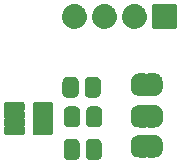
<source format=gbr>
G04 #@! TF.GenerationSoftware,KiCad,Pcbnew,8.0.3*
G04 #@! TF.CreationDate,2024-11-28T13:48:10+05:45*
G04 #@! TF.ProjectId,Watchdog-v1.0,57617463-6864-46f6-972d-76312e302e6b,rev?*
G04 #@! TF.SameCoordinates,Original*
G04 #@! TF.FileFunction,Soldermask,Top*
G04 #@! TF.FilePolarity,Negative*
%FSLAX46Y46*%
G04 Gerber Fmt 4.6, Leading zero omitted, Abs format (unit mm)*
G04 Created by KiCad (PCBNEW 8.0.3) date 2024-11-28 13:48:10*
%MOMM*%
%LPD*%
G01*
G04 APERTURE LIST*
G04 APERTURE END LIST*
G36*
X115326248Y-93947736D02*
G01*
X115345510Y-93954476D01*
X115358323Y-93956163D01*
X115401823Y-93974181D01*
X115451100Y-93991424D01*
X115460883Y-93998644D01*
X115465086Y-94000385D01*
X115511507Y-94036006D01*
X115557529Y-94069971D01*
X115591499Y-94116000D01*
X115627114Y-94162413D01*
X115628854Y-94166615D01*
X115636076Y-94176400D01*
X115653321Y-94225685D01*
X115671336Y-94269176D01*
X115673022Y-94281986D01*
X115679764Y-94301252D01*
X115687500Y-94383750D01*
X115687500Y-95296250D01*
X115679764Y-95378748D01*
X115673022Y-95398014D01*
X115671336Y-95410823D01*
X115653324Y-95454308D01*
X115636076Y-95503600D01*
X115628853Y-95513386D01*
X115627114Y-95517586D01*
X115591518Y-95563973D01*
X115557529Y-95610029D01*
X115511473Y-95644018D01*
X115465086Y-95679614D01*
X115460886Y-95681353D01*
X115451100Y-95688576D01*
X115401808Y-95705824D01*
X115358323Y-95723836D01*
X115345514Y-95725522D01*
X115326248Y-95732264D01*
X115243750Y-95740000D01*
X114756250Y-95740000D01*
X114673752Y-95732264D01*
X114654485Y-95725522D01*
X114641676Y-95723836D01*
X114598185Y-95705821D01*
X114548900Y-95688576D01*
X114539115Y-95681354D01*
X114534913Y-95679614D01*
X114488500Y-95643999D01*
X114442471Y-95610029D01*
X114408506Y-95564007D01*
X114372885Y-95517586D01*
X114371144Y-95513383D01*
X114363924Y-95503600D01*
X114346681Y-95454323D01*
X114328663Y-95410823D01*
X114326976Y-95398009D01*
X114320236Y-95378748D01*
X114312500Y-95296250D01*
X114312500Y-94383750D01*
X114320236Y-94301252D01*
X114326975Y-94281990D01*
X114328663Y-94269176D01*
X114346683Y-94225669D01*
X114363924Y-94176400D01*
X114371143Y-94166618D01*
X114372885Y-94162413D01*
X114408525Y-94115966D01*
X114442471Y-94069971D01*
X114488466Y-94036025D01*
X114534913Y-94000385D01*
X114539118Y-93998643D01*
X114548900Y-93991424D01*
X114598169Y-93974183D01*
X114641676Y-93956163D01*
X114654490Y-93954475D01*
X114673752Y-93947736D01*
X114756250Y-93940000D01*
X115243750Y-93940000D01*
X115326248Y-93947736D01*
G37*
G36*
X117201248Y-93947736D02*
G01*
X117220510Y-93954476D01*
X117233323Y-93956163D01*
X117276823Y-93974181D01*
X117326100Y-93991424D01*
X117335883Y-93998644D01*
X117340086Y-94000385D01*
X117386507Y-94036006D01*
X117432529Y-94069971D01*
X117466499Y-94116000D01*
X117502114Y-94162413D01*
X117503854Y-94166615D01*
X117511076Y-94176400D01*
X117528321Y-94225685D01*
X117546336Y-94269176D01*
X117548022Y-94281986D01*
X117554764Y-94301252D01*
X117562500Y-94383750D01*
X117562500Y-95296250D01*
X117554764Y-95378748D01*
X117548022Y-95398014D01*
X117546336Y-95410823D01*
X117528324Y-95454308D01*
X117511076Y-95503600D01*
X117503853Y-95513386D01*
X117502114Y-95517586D01*
X117466518Y-95563973D01*
X117432529Y-95610029D01*
X117386473Y-95644018D01*
X117340086Y-95679614D01*
X117335886Y-95681353D01*
X117326100Y-95688576D01*
X117276808Y-95705824D01*
X117233323Y-95723836D01*
X117220514Y-95725522D01*
X117201248Y-95732264D01*
X117118750Y-95740000D01*
X116631250Y-95740000D01*
X116548752Y-95732264D01*
X116529485Y-95725522D01*
X116516676Y-95723836D01*
X116473185Y-95705821D01*
X116423900Y-95688576D01*
X116414115Y-95681354D01*
X116409913Y-95679614D01*
X116363500Y-95643999D01*
X116317471Y-95610029D01*
X116283506Y-95564007D01*
X116247885Y-95517586D01*
X116246144Y-95513383D01*
X116238924Y-95503600D01*
X116221681Y-95454323D01*
X116203663Y-95410823D01*
X116201976Y-95398009D01*
X116195236Y-95378748D01*
X116187500Y-95296250D01*
X116187500Y-94383750D01*
X116195236Y-94301252D01*
X116201975Y-94281990D01*
X116203663Y-94269176D01*
X116221683Y-94225669D01*
X116238924Y-94176400D01*
X116246143Y-94166618D01*
X116247885Y-94162413D01*
X116283525Y-94115966D01*
X116317471Y-94069971D01*
X116363466Y-94036025D01*
X116409913Y-94000385D01*
X116414118Y-93998643D01*
X116423900Y-93991424D01*
X116473169Y-93974183D01*
X116516676Y-93956163D01*
X116529490Y-93954475D01*
X116548752Y-93947736D01*
X116631250Y-93940000D01*
X117118750Y-93940000D01*
X117201248Y-93947736D01*
G37*
G36*
X121247142Y-93623477D02*
G01*
X121279456Y-93629175D01*
X121284261Y-93631949D01*
X121298946Y-93635301D01*
X121319829Y-93651955D01*
X121373962Y-93656691D01*
X121433428Y-93635047D01*
X121464383Y-93620140D01*
X121478870Y-93618507D01*
X121479985Y-93618102D01*
X121491089Y-93617130D01*
X121510000Y-93615000D01*
X122010000Y-93615000D01*
X122031608Y-93619931D01*
X122033405Y-93620089D01*
X122072215Y-93620089D01*
X122081157Y-93620089D01*
X122138912Y-93628393D01*
X122147486Y-93630910D01*
X122147489Y-93630911D01*
X122218837Y-93651861D01*
X122275463Y-93668488D01*
X122328540Y-93692727D01*
X122448262Y-93769668D01*
X122492359Y-93807878D01*
X122585556Y-93915433D01*
X122617102Y-93964521D01*
X122676221Y-94093975D01*
X122692659Y-94149959D01*
X122712913Y-94290825D01*
X122715000Y-94320000D01*
X122715000Y-94820000D01*
X122712913Y-94849175D01*
X122692659Y-94990041D01*
X122676221Y-95046025D01*
X122617102Y-95175479D01*
X122585556Y-95224567D01*
X122492359Y-95332122D01*
X122448262Y-95370332D01*
X122328540Y-95447273D01*
X122275463Y-95471512D01*
X122138912Y-95511607D01*
X122081157Y-95519911D01*
X122072215Y-95519911D01*
X122056586Y-95519911D01*
X122050536Y-95520976D01*
X122028947Y-95522864D01*
X122010000Y-95525000D01*
X122004548Y-95525000D01*
X121520936Y-95525000D01*
X121510000Y-95525000D01*
X121472855Y-95516522D01*
X121440545Y-95510825D01*
X121435740Y-95508051D01*
X121421054Y-95504699D01*
X121400168Y-95488043D01*
X121346038Y-95483307D01*
X121286583Y-95504947D01*
X121255617Y-95519860D01*
X121241125Y-95521492D01*
X121240015Y-95521897D01*
X121228937Y-95522866D01*
X121210000Y-95525000D01*
X121204548Y-95525000D01*
X120720936Y-95525000D01*
X120710000Y-95525000D01*
X120688391Y-95520068D01*
X120686595Y-95519911D01*
X120638843Y-95519911D01*
X120581088Y-95511607D01*
X120444537Y-95471512D01*
X120391460Y-95447273D01*
X120271738Y-95370332D01*
X120227641Y-95332122D01*
X120134444Y-95224567D01*
X120102898Y-95175479D01*
X120086616Y-95139826D01*
X120047494Y-95054161D01*
X120047493Y-95054157D01*
X120043779Y-95046025D01*
X120027341Y-94990041D01*
X120026069Y-94981194D01*
X120026068Y-94981191D01*
X120007722Y-94853594D01*
X120007721Y-94853588D01*
X120007087Y-94849175D01*
X120005000Y-94820000D01*
X120005000Y-94320000D01*
X120007087Y-94290825D01*
X120007721Y-94286412D01*
X120007722Y-94286405D01*
X120026068Y-94158808D01*
X120026069Y-94158803D01*
X120027341Y-94149959D01*
X120043779Y-94093975D01*
X120047492Y-94085844D01*
X120047494Y-94085838D01*
X120099184Y-93972653D01*
X120099184Y-93972651D01*
X120102898Y-93964521D01*
X120134444Y-93915433D01*
X120227641Y-93807878D01*
X120271738Y-93769668D01*
X120391460Y-93692727D01*
X120444537Y-93668488D01*
X120453113Y-93665969D01*
X120453115Y-93665969D01*
X120572510Y-93630911D01*
X120572514Y-93630910D01*
X120581088Y-93628393D01*
X120638843Y-93620089D01*
X120663414Y-93620089D01*
X120669463Y-93619023D01*
X120691074Y-93617132D01*
X120710000Y-93615000D01*
X121210000Y-93615000D01*
X121247142Y-93623477D01*
G37*
G36*
X110837643Y-90826691D02*
G01*
X110870327Y-90830994D01*
X110878548Y-90834827D01*
X110898137Y-90838724D01*
X110924080Y-90856059D01*
X110935208Y-90861248D01*
X110941978Y-90868018D01*
X110963021Y-90882079D01*
X110977081Y-90903121D01*
X110983851Y-90909891D01*
X110989038Y-90921016D01*
X111006376Y-90946963D01*
X111010272Y-90966553D01*
X111014105Y-90974772D01*
X111018406Y-91007445D01*
X111021600Y-91023500D01*
X111021600Y-91455300D01*
X111018406Y-91471352D01*
X111014106Y-91504025D01*
X111010272Y-91512245D01*
X111006376Y-91531837D01*
X110996451Y-91546690D01*
X110996451Y-91592509D01*
X111006376Y-91607363D01*
X111010272Y-91626953D01*
X111014106Y-91635174D01*
X111018407Y-91667850D01*
X111021600Y-91683900D01*
X111021600Y-92115700D01*
X111018406Y-92131752D01*
X111014106Y-92164425D01*
X111010272Y-92172645D01*
X111006376Y-92192237D01*
X110996451Y-92207090D01*
X110996451Y-92252909D01*
X111006376Y-92267763D01*
X111010272Y-92287353D01*
X111014106Y-92295574D01*
X111018407Y-92328250D01*
X111021600Y-92344300D01*
X111021600Y-92776100D01*
X111018406Y-92792152D01*
X111014106Y-92824825D01*
X111010272Y-92833045D01*
X111006376Y-92852637D01*
X110996451Y-92867490D01*
X110996451Y-92913309D01*
X111006376Y-92928163D01*
X111010272Y-92947753D01*
X111014106Y-92955974D01*
X111018407Y-92988650D01*
X111021600Y-93004700D01*
X111021600Y-93436500D01*
X111018405Y-93452557D01*
X111014105Y-93485227D01*
X111010273Y-93493444D01*
X111006376Y-93513037D01*
X110989037Y-93538985D01*
X110983851Y-93550108D01*
X110977083Y-93556875D01*
X110963021Y-93577921D01*
X110941975Y-93591983D01*
X110935208Y-93598751D01*
X110924085Y-93603937D01*
X110898137Y-93621276D01*
X110878544Y-93625173D01*
X110870327Y-93629005D01*
X110837656Y-93633306D01*
X110821600Y-93636500D01*
X109500800Y-93636500D01*
X109484743Y-93633306D01*
X109452072Y-93629005D01*
X109443853Y-93625172D01*
X109424263Y-93621276D01*
X109398316Y-93603938D01*
X109387191Y-93598751D01*
X109380421Y-93591981D01*
X109359379Y-93577921D01*
X109345318Y-93556878D01*
X109338548Y-93550108D01*
X109333359Y-93538980D01*
X109316024Y-93513037D01*
X109312127Y-93493448D01*
X109308294Y-93485227D01*
X109303990Y-93452541D01*
X109300800Y-93436500D01*
X109300800Y-93004700D01*
X109303990Y-92988660D01*
X109308294Y-92955971D01*
X109312128Y-92947747D01*
X109316024Y-92928163D01*
X109325948Y-92913310D01*
X109325948Y-92867489D01*
X109316024Y-92852637D01*
X109312128Y-92833050D01*
X109308294Y-92824828D01*
X109303990Y-92792140D01*
X109300800Y-92776100D01*
X109300800Y-92344300D01*
X109303990Y-92328260D01*
X109308294Y-92295571D01*
X109312128Y-92287347D01*
X109316024Y-92267763D01*
X109325948Y-92252910D01*
X109325948Y-92207089D01*
X109316024Y-92192237D01*
X109312128Y-92172650D01*
X109308294Y-92164428D01*
X109303990Y-92131740D01*
X109300800Y-92115700D01*
X109300800Y-91683900D01*
X109303990Y-91667860D01*
X109308294Y-91635171D01*
X109312128Y-91626947D01*
X109316024Y-91607363D01*
X109325948Y-91592510D01*
X109325948Y-91546689D01*
X109316024Y-91531837D01*
X109312128Y-91512250D01*
X109308294Y-91504028D01*
X109303990Y-91471340D01*
X109300800Y-91455300D01*
X109300800Y-91023500D01*
X109303990Y-91007459D01*
X109308294Y-90974772D01*
X109312127Y-90966549D01*
X109316024Y-90946963D01*
X109333357Y-90921021D01*
X109338548Y-90909891D01*
X109345320Y-90903118D01*
X109359379Y-90882079D01*
X109380418Y-90868020D01*
X109387191Y-90861248D01*
X109398321Y-90856057D01*
X109424263Y-90838724D01*
X109443849Y-90834827D01*
X109452072Y-90830994D01*
X109484760Y-90826690D01*
X109500800Y-90823500D01*
X110821600Y-90823500D01*
X110837643Y-90826691D01*
G37*
G36*
X113225243Y-90826691D02*
G01*
X113257927Y-90830994D01*
X113266148Y-90834827D01*
X113285737Y-90838724D01*
X113311680Y-90856059D01*
X113322808Y-90861248D01*
X113329578Y-90868018D01*
X113350621Y-90882079D01*
X113364681Y-90903121D01*
X113371451Y-90909891D01*
X113376638Y-90921016D01*
X113393976Y-90946963D01*
X113397872Y-90966553D01*
X113401705Y-90974772D01*
X113406006Y-91007445D01*
X113409200Y-91023500D01*
X113409200Y-91455300D01*
X113406006Y-91471352D01*
X113401706Y-91504025D01*
X113397872Y-91512245D01*
X113393976Y-91531837D01*
X113384051Y-91546690D01*
X113384051Y-91592509D01*
X113393976Y-91607363D01*
X113397872Y-91626953D01*
X113401706Y-91635174D01*
X113406007Y-91667850D01*
X113409200Y-91683900D01*
X113409200Y-92115700D01*
X113406006Y-92131752D01*
X113401706Y-92164425D01*
X113397872Y-92172645D01*
X113393976Y-92192237D01*
X113384051Y-92207090D01*
X113384051Y-92252909D01*
X113393976Y-92267763D01*
X113397872Y-92287353D01*
X113401706Y-92295574D01*
X113406007Y-92328250D01*
X113409200Y-92344300D01*
X113409200Y-92776100D01*
X113406006Y-92792152D01*
X113401706Y-92824825D01*
X113397872Y-92833045D01*
X113393976Y-92852637D01*
X113384051Y-92867490D01*
X113384051Y-92913309D01*
X113393976Y-92928163D01*
X113397872Y-92947753D01*
X113401706Y-92955974D01*
X113406007Y-92988650D01*
X113409200Y-93004700D01*
X113409200Y-93436500D01*
X113406005Y-93452557D01*
X113401705Y-93485227D01*
X113397873Y-93493444D01*
X113393976Y-93513037D01*
X113376637Y-93538985D01*
X113371451Y-93550108D01*
X113364683Y-93556875D01*
X113350621Y-93577921D01*
X113329575Y-93591983D01*
X113322808Y-93598751D01*
X113311685Y-93603937D01*
X113285737Y-93621276D01*
X113266144Y-93625173D01*
X113257927Y-93629005D01*
X113225256Y-93633306D01*
X113209200Y-93636500D01*
X111888400Y-93636500D01*
X111872343Y-93633306D01*
X111839672Y-93629005D01*
X111831453Y-93625172D01*
X111811863Y-93621276D01*
X111785916Y-93603938D01*
X111774791Y-93598751D01*
X111768021Y-93591981D01*
X111746979Y-93577921D01*
X111732918Y-93556878D01*
X111726148Y-93550108D01*
X111720959Y-93538980D01*
X111703624Y-93513037D01*
X111699727Y-93493448D01*
X111695894Y-93485227D01*
X111691590Y-93452541D01*
X111688400Y-93436500D01*
X111688400Y-93004700D01*
X111691590Y-92988660D01*
X111695894Y-92955971D01*
X111699728Y-92947747D01*
X111703624Y-92928163D01*
X111713548Y-92913310D01*
X111713548Y-92867489D01*
X111703624Y-92852637D01*
X111699728Y-92833050D01*
X111695894Y-92824828D01*
X111691590Y-92792140D01*
X111688400Y-92776100D01*
X111688400Y-92344300D01*
X111691590Y-92328260D01*
X111695894Y-92295571D01*
X111699728Y-92287347D01*
X111703624Y-92267763D01*
X111713548Y-92252910D01*
X111713548Y-92207089D01*
X111703624Y-92192237D01*
X111699728Y-92172650D01*
X111695894Y-92164428D01*
X111691590Y-92131740D01*
X111688400Y-92115700D01*
X111688400Y-91683900D01*
X111691590Y-91667860D01*
X111695894Y-91635171D01*
X111699728Y-91626947D01*
X111703624Y-91607363D01*
X111713548Y-91592510D01*
X111713548Y-91546689D01*
X111703624Y-91531837D01*
X111699728Y-91512250D01*
X111695894Y-91504028D01*
X111691590Y-91471340D01*
X111688400Y-91455300D01*
X111688400Y-91023500D01*
X111691590Y-91007459D01*
X111695894Y-90974772D01*
X111699727Y-90966549D01*
X111703624Y-90946963D01*
X111720957Y-90921021D01*
X111726148Y-90909891D01*
X111732920Y-90903118D01*
X111746979Y-90882079D01*
X111768018Y-90868020D01*
X111774791Y-90861248D01*
X111785921Y-90856057D01*
X111811863Y-90838724D01*
X111831449Y-90834827D01*
X111839672Y-90830994D01*
X111872360Y-90826690D01*
X111888400Y-90823500D01*
X113209200Y-90823500D01*
X113225243Y-90826691D01*
G37*
G36*
X121257142Y-91083477D02*
G01*
X121289456Y-91089175D01*
X121294261Y-91091949D01*
X121308946Y-91095301D01*
X121329829Y-91111955D01*
X121383962Y-91116691D01*
X121443428Y-91095047D01*
X121474383Y-91080140D01*
X121488870Y-91078507D01*
X121489985Y-91078102D01*
X121501089Y-91077130D01*
X121520000Y-91075000D01*
X122020000Y-91075000D01*
X122041608Y-91079931D01*
X122043405Y-91080089D01*
X122082215Y-91080089D01*
X122091157Y-91080089D01*
X122148912Y-91088393D01*
X122157486Y-91090910D01*
X122157489Y-91090911D01*
X122228837Y-91111861D01*
X122285463Y-91128488D01*
X122338540Y-91152727D01*
X122458262Y-91229668D01*
X122502359Y-91267878D01*
X122595556Y-91375433D01*
X122627102Y-91424521D01*
X122686221Y-91553975D01*
X122702659Y-91609959D01*
X122722913Y-91750825D01*
X122725000Y-91780000D01*
X122725000Y-92280000D01*
X122722913Y-92309175D01*
X122702659Y-92450041D01*
X122686221Y-92506025D01*
X122627102Y-92635479D01*
X122595556Y-92684567D01*
X122502359Y-92792122D01*
X122458262Y-92830332D01*
X122338540Y-92907273D01*
X122285463Y-92931512D01*
X122148912Y-92971607D01*
X122091157Y-92979911D01*
X122082215Y-92979911D01*
X122066586Y-92979911D01*
X122060536Y-92980976D01*
X122038947Y-92982864D01*
X122020000Y-92985000D01*
X122014548Y-92985000D01*
X121530936Y-92985000D01*
X121520000Y-92985000D01*
X121482855Y-92976522D01*
X121450545Y-92970825D01*
X121445740Y-92968051D01*
X121431054Y-92964699D01*
X121410168Y-92948043D01*
X121356038Y-92943307D01*
X121296583Y-92964947D01*
X121265617Y-92979860D01*
X121251125Y-92981492D01*
X121250015Y-92981897D01*
X121238937Y-92982866D01*
X121220000Y-92985000D01*
X121214548Y-92985000D01*
X120730936Y-92985000D01*
X120720000Y-92985000D01*
X120698391Y-92980068D01*
X120696595Y-92979911D01*
X120648843Y-92979911D01*
X120591088Y-92971607D01*
X120454537Y-92931512D01*
X120401460Y-92907273D01*
X120281738Y-92830332D01*
X120237641Y-92792122D01*
X120144444Y-92684567D01*
X120112898Y-92635479D01*
X120063839Y-92528054D01*
X120057494Y-92514161D01*
X120057493Y-92514157D01*
X120053779Y-92506025D01*
X120037341Y-92450041D01*
X120036069Y-92441194D01*
X120036068Y-92441191D01*
X120017722Y-92313594D01*
X120017721Y-92313588D01*
X120017087Y-92309175D01*
X120015000Y-92280000D01*
X120015000Y-91780000D01*
X120017087Y-91750825D01*
X120017721Y-91746412D01*
X120017722Y-91746405D01*
X120036068Y-91618808D01*
X120036069Y-91618803D01*
X120037341Y-91609959D01*
X120053779Y-91553975D01*
X120057492Y-91545844D01*
X120057494Y-91545838D01*
X120109184Y-91432653D01*
X120109184Y-91432651D01*
X120112898Y-91424521D01*
X120144444Y-91375433D01*
X120237641Y-91267878D01*
X120281738Y-91229668D01*
X120401460Y-91152727D01*
X120454537Y-91128488D01*
X120463113Y-91125969D01*
X120463115Y-91125969D01*
X120582510Y-91090911D01*
X120582514Y-91090910D01*
X120591088Y-91088393D01*
X120648843Y-91080089D01*
X120673414Y-91080089D01*
X120679463Y-91079023D01*
X120701074Y-91077132D01*
X120720000Y-91075000D01*
X121220000Y-91075000D01*
X121257142Y-91083477D01*
G37*
G36*
X115356248Y-91187736D02*
G01*
X115375510Y-91194476D01*
X115388323Y-91196163D01*
X115431823Y-91214181D01*
X115481100Y-91231424D01*
X115490883Y-91238644D01*
X115495086Y-91240385D01*
X115541507Y-91276006D01*
X115587529Y-91309971D01*
X115621499Y-91356000D01*
X115657114Y-91402413D01*
X115658854Y-91406615D01*
X115666076Y-91416400D01*
X115683321Y-91465685D01*
X115701336Y-91509176D01*
X115703022Y-91521986D01*
X115709764Y-91541252D01*
X115717500Y-91623750D01*
X115717500Y-92536250D01*
X115709764Y-92618748D01*
X115703022Y-92638014D01*
X115701336Y-92650823D01*
X115683324Y-92694308D01*
X115666076Y-92743600D01*
X115658853Y-92753386D01*
X115657114Y-92757586D01*
X115621518Y-92803973D01*
X115587529Y-92850029D01*
X115541473Y-92884018D01*
X115495086Y-92919614D01*
X115490886Y-92921353D01*
X115481100Y-92928576D01*
X115431808Y-92945824D01*
X115388323Y-92963836D01*
X115375514Y-92965522D01*
X115356248Y-92972264D01*
X115273750Y-92980000D01*
X114786250Y-92980000D01*
X114703752Y-92972264D01*
X114684485Y-92965522D01*
X114671676Y-92963836D01*
X114628185Y-92945821D01*
X114578900Y-92928576D01*
X114569115Y-92921354D01*
X114564913Y-92919614D01*
X114518500Y-92883999D01*
X114472471Y-92850029D01*
X114438506Y-92804007D01*
X114402885Y-92757586D01*
X114401144Y-92753383D01*
X114393924Y-92743600D01*
X114376681Y-92694323D01*
X114358663Y-92650823D01*
X114356976Y-92638009D01*
X114350236Y-92618748D01*
X114342500Y-92536250D01*
X114342500Y-91623750D01*
X114350236Y-91541252D01*
X114356975Y-91521990D01*
X114358663Y-91509176D01*
X114376683Y-91465669D01*
X114393924Y-91416400D01*
X114401143Y-91406618D01*
X114402885Y-91402413D01*
X114438525Y-91355966D01*
X114472471Y-91309971D01*
X114518466Y-91276025D01*
X114564913Y-91240385D01*
X114569118Y-91238643D01*
X114578900Y-91231424D01*
X114628169Y-91214183D01*
X114671676Y-91196163D01*
X114684490Y-91194475D01*
X114703752Y-91187736D01*
X114786250Y-91180000D01*
X115273750Y-91180000D01*
X115356248Y-91187736D01*
G37*
G36*
X117231248Y-91187736D02*
G01*
X117250510Y-91194476D01*
X117263323Y-91196163D01*
X117306823Y-91214181D01*
X117356100Y-91231424D01*
X117365883Y-91238644D01*
X117370086Y-91240385D01*
X117416507Y-91276006D01*
X117462529Y-91309971D01*
X117496499Y-91356000D01*
X117532114Y-91402413D01*
X117533854Y-91406615D01*
X117541076Y-91416400D01*
X117558321Y-91465685D01*
X117576336Y-91509176D01*
X117578022Y-91521986D01*
X117584764Y-91541252D01*
X117592500Y-91623750D01*
X117592500Y-92536250D01*
X117584764Y-92618748D01*
X117578022Y-92638014D01*
X117576336Y-92650823D01*
X117558324Y-92694308D01*
X117541076Y-92743600D01*
X117533853Y-92753386D01*
X117532114Y-92757586D01*
X117496518Y-92803973D01*
X117462529Y-92850029D01*
X117416473Y-92884018D01*
X117370086Y-92919614D01*
X117365886Y-92921353D01*
X117356100Y-92928576D01*
X117306808Y-92945824D01*
X117263323Y-92963836D01*
X117250514Y-92965522D01*
X117231248Y-92972264D01*
X117148750Y-92980000D01*
X116661250Y-92980000D01*
X116578752Y-92972264D01*
X116559485Y-92965522D01*
X116546676Y-92963836D01*
X116503185Y-92945821D01*
X116453900Y-92928576D01*
X116444115Y-92921354D01*
X116439913Y-92919614D01*
X116393500Y-92883999D01*
X116347471Y-92850029D01*
X116313506Y-92804007D01*
X116277885Y-92757586D01*
X116276144Y-92753383D01*
X116268924Y-92743600D01*
X116251681Y-92694323D01*
X116233663Y-92650823D01*
X116231976Y-92638009D01*
X116225236Y-92618748D01*
X116217500Y-92536250D01*
X116217500Y-91623750D01*
X116225236Y-91541252D01*
X116231975Y-91521990D01*
X116233663Y-91509176D01*
X116251683Y-91465669D01*
X116268924Y-91416400D01*
X116276143Y-91406618D01*
X116277885Y-91402413D01*
X116313525Y-91355966D01*
X116347471Y-91309971D01*
X116393466Y-91276025D01*
X116439913Y-91240385D01*
X116444118Y-91238643D01*
X116453900Y-91231424D01*
X116503169Y-91214183D01*
X116546676Y-91196163D01*
X116559490Y-91194475D01*
X116578752Y-91187736D01*
X116661250Y-91180000D01*
X117148750Y-91180000D01*
X117231248Y-91187736D01*
G37*
G36*
X115236248Y-88677736D02*
G01*
X115255510Y-88684476D01*
X115268323Y-88686163D01*
X115311823Y-88704181D01*
X115361100Y-88721424D01*
X115370883Y-88728644D01*
X115375086Y-88730385D01*
X115421507Y-88766006D01*
X115467529Y-88799971D01*
X115501499Y-88846000D01*
X115537114Y-88892413D01*
X115538854Y-88896615D01*
X115546076Y-88906400D01*
X115563321Y-88955685D01*
X115581336Y-88999176D01*
X115583022Y-89011986D01*
X115589764Y-89031252D01*
X115597500Y-89113750D01*
X115597500Y-90026250D01*
X115589764Y-90108748D01*
X115583022Y-90128014D01*
X115581336Y-90140823D01*
X115563324Y-90184308D01*
X115546076Y-90233600D01*
X115538853Y-90243386D01*
X115537114Y-90247586D01*
X115501518Y-90293973D01*
X115467529Y-90340029D01*
X115421473Y-90374018D01*
X115375086Y-90409614D01*
X115370886Y-90411353D01*
X115361100Y-90418576D01*
X115311808Y-90435824D01*
X115268323Y-90453836D01*
X115255514Y-90455522D01*
X115236248Y-90462264D01*
X115153750Y-90470000D01*
X114666250Y-90470000D01*
X114583752Y-90462264D01*
X114564485Y-90455522D01*
X114551676Y-90453836D01*
X114508185Y-90435821D01*
X114458900Y-90418576D01*
X114449115Y-90411354D01*
X114444913Y-90409614D01*
X114398500Y-90373999D01*
X114352471Y-90340029D01*
X114318506Y-90294007D01*
X114282885Y-90247586D01*
X114281144Y-90243383D01*
X114273924Y-90233600D01*
X114256681Y-90184323D01*
X114238663Y-90140823D01*
X114236976Y-90128009D01*
X114230236Y-90108748D01*
X114222500Y-90026250D01*
X114222500Y-89113750D01*
X114230236Y-89031252D01*
X114236975Y-89011990D01*
X114238663Y-88999176D01*
X114256683Y-88955669D01*
X114273924Y-88906400D01*
X114281143Y-88896618D01*
X114282885Y-88892413D01*
X114318525Y-88845966D01*
X114352471Y-88799971D01*
X114398466Y-88766025D01*
X114444913Y-88730385D01*
X114449118Y-88728643D01*
X114458900Y-88721424D01*
X114508169Y-88704183D01*
X114551676Y-88686163D01*
X114564490Y-88684475D01*
X114583752Y-88677736D01*
X114666250Y-88670000D01*
X115153750Y-88670000D01*
X115236248Y-88677736D01*
G37*
G36*
X117111248Y-88677736D02*
G01*
X117130510Y-88684476D01*
X117143323Y-88686163D01*
X117186823Y-88704181D01*
X117236100Y-88721424D01*
X117245883Y-88728644D01*
X117250086Y-88730385D01*
X117296507Y-88766006D01*
X117342529Y-88799971D01*
X117376499Y-88846000D01*
X117412114Y-88892413D01*
X117413854Y-88896615D01*
X117421076Y-88906400D01*
X117438321Y-88955685D01*
X117456336Y-88999176D01*
X117458022Y-89011986D01*
X117464764Y-89031252D01*
X117472500Y-89113750D01*
X117472500Y-90026250D01*
X117464764Y-90108748D01*
X117458022Y-90128014D01*
X117456336Y-90140823D01*
X117438324Y-90184308D01*
X117421076Y-90233600D01*
X117413853Y-90243386D01*
X117412114Y-90247586D01*
X117376518Y-90293973D01*
X117342529Y-90340029D01*
X117296473Y-90374018D01*
X117250086Y-90409614D01*
X117245886Y-90411353D01*
X117236100Y-90418576D01*
X117186808Y-90435824D01*
X117143323Y-90453836D01*
X117130514Y-90455522D01*
X117111248Y-90462264D01*
X117028750Y-90470000D01*
X116541250Y-90470000D01*
X116458752Y-90462264D01*
X116439485Y-90455522D01*
X116426676Y-90453836D01*
X116383185Y-90435821D01*
X116333900Y-90418576D01*
X116324115Y-90411354D01*
X116319913Y-90409614D01*
X116273500Y-90373999D01*
X116227471Y-90340029D01*
X116193506Y-90294007D01*
X116157885Y-90247586D01*
X116156144Y-90243383D01*
X116148924Y-90233600D01*
X116131681Y-90184323D01*
X116113663Y-90140823D01*
X116111976Y-90128009D01*
X116105236Y-90108748D01*
X116097500Y-90026250D01*
X116097500Y-89113750D01*
X116105236Y-89031252D01*
X116111975Y-89011990D01*
X116113663Y-88999176D01*
X116131683Y-88955669D01*
X116148924Y-88906400D01*
X116156143Y-88896618D01*
X116157885Y-88892413D01*
X116193525Y-88845966D01*
X116227471Y-88799971D01*
X116273466Y-88766025D01*
X116319913Y-88730385D01*
X116324118Y-88728643D01*
X116333900Y-88721424D01*
X116383169Y-88704183D01*
X116426676Y-88686163D01*
X116439490Y-88684475D01*
X116458752Y-88677736D01*
X116541250Y-88670000D01*
X117028750Y-88670000D01*
X117111248Y-88677736D01*
G37*
G36*
X121247142Y-88403477D02*
G01*
X121279456Y-88409175D01*
X121284261Y-88411949D01*
X121298946Y-88415301D01*
X121319829Y-88431955D01*
X121373962Y-88436691D01*
X121433428Y-88415047D01*
X121464383Y-88400140D01*
X121478870Y-88398507D01*
X121479985Y-88398102D01*
X121491089Y-88397130D01*
X121510000Y-88395000D01*
X122010000Y-88395000D01*
X122031608Y-88399931D01*
X122033405Y-88400089D01*
X122072215Y-88400089D01*
X122081157Y-88400089D01*
X122138912Y-88408393D01*
X122147486Y-88410910D01*
X122147489Y-88410911D01*
X122218837Y-88431861D01*
X122275463Y-88448488D01*
X122328540Y-88472727D01*
X122448262Y-88549668D01*
X122492359Y-88587878D01*
X122585556Y-88695433D01*
X122617102Y-88744521D01*
X122676221Y-88873975D01*
X122692659Y-88929959D01*
X122712913Y-89070825D01*
X122715000Y-89100000D01*
X122715000Y-89600000D01*
X122712913Y-89629175D01*
X122692659Y-89770041D01*
X122676221Y-89826025D01*
X122617102Y-89955479D01*
X122585556Y-90004567D01*
X122492359Y-90112122D01*
X122448262Y-90150332D01*
X122328540Y-90227273D01*
X122275463Y-90251512D01*
X122138912Y-90291607D01*
X122081157Y-90299911D01*
X122072215Y-90299911D01*
X122056586Y-90299911D01*
X122050536Y-90300976D01*
X122028947Y-90302864D01*
X122010000Y-90305000D01*
X122004548Y-90305000D01*
X121520936Y-90305000D01*
X121510000Y-90305000D01*
X121472855Y-90296522D01*
X121440545Y-90290825D01*
X121435740Y-90288051D01*
X121421054Y-90284699D01*
X121400168Y-90268043D01*
X121346038Y-90263307D01*
X121286583Y-90284947D01*
X121255617Y-90299860D01*
X121241125Y-90301492D01*
X121240015Y-90301897D01*
X121228937Y-90302866D01*
X121210000Y-90305000D01*
X121204548Y-90305000D01*
X120720936Y-90305000D01*
X120710000Y-90305000D01*
X120688391Y-90300068D01*
X120686595Y-90299911D01*
X120638843Y-90299911D01*
X120581088Y-90291607D01*
X120444537Y-90251512D01*
X120391460Y-90227273D01*
X120271738Y-90150332D01*
X120227641Y-90112122D01*
X120134444Y-90004567D01*
X120102898Y-89955479D01*
X120086616Y-89919826D01*
X120047494Y-89834161D01*
X120047493Y-89834157D01*
X120043779Y-89826025D01*
X120027341Y-89770041D01*
X120026069Y-89761194D01*
X120026068Y-89761191D01*
X120007722Y-89633594D01*
X120007721Y-89633588D01*
X120007087Y-89629175D01*
X120005000Y-89600000D01*
X120005000Y-89100000D01*
X120007087Y-89070825D01*
X120007721Y-89066412D01*
X120007722Y-89066405D01*
X120026068Y-88938808D01*
X120026069Y-88938803D01*
X120027341Y-88929959D01*
X120043779Y-88873975D01*
X120047492Y-88865844D01*
X120047494Y-88865838D01*
X120099184Y-88752653D01*
X120099184Y-88752651D01*
X120102898Y-88744521D01*
X120134444Y-88695433D01*
X120142477Y-88686163D01*
X120172310Y-88651732D01*
X120227641Y-88587878D01*
X120271738Y-88549668D01*
X120391460Y-88472727D01*
X120444537Y-88448488D01*
X120453113Y-88445969D01*
X120453115Y-88445969D01*
X120572510Y-88410911D01*
X120572514Y-88410910D01*
X120581088Y-88408393D01*
X120638843Y-88400089D01*
X120663414Y-88400089D01*
X120669463Y-88399023D01*
X120691074Y-88397132D01*
X120710000Y-88395000D01*
X121210000Y-88395000D01*
X121247142Y-88403477D01*
G37*
G36*
X115285889Y-82525012D02*
G01*
X115331830Y-82525012D01*
X115382988Y-82534575D01*
X115439845Y-82540175D01*
X115483042Y-82553278D01*
X115522202Y-82560599D01*
X115576438Y-82581609D01*
X115636818Y-82599926D01*
X115671315Y-82618365D01*
X115702786Y-82630557D01*
X115757469Y-82664415D01*
X115818349Y-82696957D01*
X115843929Y-82717950D01*
X115867442Y-82732509D01*
X115919546Y-82780008D01*
X115977462Y-82827538D01*
X115994621Y-82848446D01*
X116010564Y-82862980D01*
X116056838Y-82924258D01*
X116108043Y-82986651D01*
X116117947Y-83005180D01*
X116127273Y-83017530D01*
X116164372Y-83092034D01*
X116205074Y-83168182D01*
X116209415Y-83182492D01*
X116213596Y-83190889D01*
X116238295Y-83277697D01*
X116264825Y-83365155D01*
X116265696Y-83374003D01*
X116266594Y-83377158D01*
X116275933Y-83477944D01*
X116285000Y-83570000D01*
X116275932Y-83662063D01*
X116266594Y-83762841D01*
X116265696Y-83765994D01*
X116264825Y-83774845D01*
X116238290Y-83862317D01*
X116213596Y-83949110D01*
X116209415Y-83957504D01*
X116205074Y-83971818D01*
X116164364Y-84047979D01*
X116127273Y-84122469D01*
X116117949Y-84134815D01*
X116108043Y-84153349D01*
X116056829Y-84215752D01*
X116010564Y-84277019D01*
X115994624Y-84291549D01*
X115977462Y-84312462D01*
X115919535Y-84360000D01*
X115867442Y-84407490D01*
X115843934Y-84422045D01*
X115818349Y-84443043D01*
X115757457Y-84475590D01*
X115702786Y-84509442D01*
X115671321Y-84521631D01*
X115636818Y-84540074D01*
X115576426Y-84558393D01*
X115522202Y-84579400D01*
X115483049Y-84586719D01*
X115439845Y-84599825D01*
X115382985Y-84605425D01*
X115331830Y-84614988D01*
X115285889Y-84614988D01*
X115235000Y-84620000D01*
X115184111Y-84614988D01*
X115138170Y-84614988D01*
X115087014Y-84605424D01*
X115030155Y-84599825D01*
X114986952Y-84586719D01*
X114947797Y-84579400D01*
X114893569Y-84558392D01*
X114833182Y-84540074D01*
X114798680Y-84521632D01*
X114767213Y-84509442D01*
X114712535Y-84475586D01*
X114651651Y-84443043D01*
X114626068Y-84422047D01*
X114602557Y-84407490D01*
X114550454Y-84359992D01*
X114492538Y-84312462D01*
X114475378Y-84291553D01*
X114459435Y-84277019D01*
X114413158Y-84215737D01*
X114361957Y-84153349D01*
X114352053Y-84134820D01*
X114342726Y-84122469D01*
X114305620Y-84047951D01*
X114264926Y-83971818D01*
X114260585Y-83957509D01*
X114256403Y-83949110D01*
X114231693Y-83862264D01*
X114205175Y-83774845D01*
X114204303Y-83766000D01*
X114203405Y-83762841D01*
X114194050Y-83661891D01*
X114185000Y-83570000D01*
X114194049Y-83478116D01*
X114203405Y-83377158D01*
X114204304Y-83373998D01*
X114205175Y-83365155D01*
X114231688Y-83277750D01*
X114256403Y-83190889D01*
X114260586Y-83182487D01*
X114264926Y-83168182D01*
X114305613Y-83092061D01*
X114342726Y-83017530D01*
X114352054Y-83005176D01*
X114361957Y-82986651D01*
X114413148Y-82924274D01*
X114459435Y-82862980D01*
X114475381Y-82848442D01*
X114492538Y-82827538D01*
X114550443Y-82780016D01*
X114602557Y-82732509D01*
X114626073Y-82717948D01*
X114651651Y-82696957D01*
X114712523Y-82664419D01*
X114767213Y-82630557D01*
X114798687Y-82618363D01*
X114833182Y-82599926D01*
X114893557Y-82581611D01*
X114947797Y-82560599D01*
X114986959Y-82553278D01*
X115030155Y-82540175D01*
X115087011Y-82534575D01*
X115138170Y-82525012D01*
X115184111Y-82525012D01*
X115235000Y-82520000D01*
X115285889Y-82525012D01*
G37*
G36*
X117825889Y-82525012D02*
G01*
X117871830Y-82525012D01*
X117922988Y-82534575D01*
X117979845Y-82540175D01*
X118023042Y-82553278D01*
X118062202Y-82560599D01*
X118116438Y-82581609D01*
X118176818Y-82599926D01*
X118211315Y-82618365D01*
X118242786Y-82630557D01*
X118297469Y-82664415D01*
X118358349Y-82696957D01*
X118383929Y-82717950D01*
X118407442Y-82732509D01*
X118459546Y-82780008D01*
X118517462Y-82827538D01*
X118534621Y-82848446D01*
X118550564Y-82862980D01*
X118596838Y-82924258D01*
X118648043Y-82986651D01*
X118657947Y-83005180D01*
X118667273Y-83017530D01*
X118704372Y-83092034D01*
X118745074Y-83168182D01*
X118749415Y-83182492D01*
X118753596Y-83190889D01*
X118778295Y-83277697D01*
X118804825Y-83365155D01*
X118805696Y-83374003D01*
X118806594Y-83377158D01*
X118815933Y-83477944D01*
X118825000Y-83570000D01*
X118815932Y-83662063D01*
X118806594Y-83762841D01*
X118805696Y-83765994D01*
X118804825Y-83774845D01*
X118778290Y-83862317D01*
X118753596Y-83949110D01*
X118749415Y-83957504D01*
X118745074Y-83971818D01*
X118704364Y-84047979D01*
X118667273Y-84122469D01*
X118657949Y-84134815D01*
X118648043Y-84153349D01*
X118596829Y-84215752D01*
X118550564Y-84277019D01*
X118534624Y-84291549D01*
X118517462Y-84312462D01*
X118459535Y-84360000D01*
X118407442Y-84407490D01*
X118383934Y-84422045D01*
X118358349Y-84443043D01*
X118297457Y-84475590D01*
X118242786Y-84509442D01*
X118211321Y-84521631D01*
X118176818Y-84540074D01*
X118116426Y-84558393D01*
X118062202Y-84579400D01*
X118023049Y-84586719D01*
X117979845Y-84599825D01*
X117922985Y-84605425D01*
X117871830Y-84614988D01*
X117825889Y-84614988D01*
X117775000Y-84620000D01*
X117724111Y-84614988D01*
X117678170Y-84614988D01*
X117627014Y-84605424D01*
X117570155Y-84599825D01*
X117526952Y-84586719D01*
X117487797Y-84579400D01*
X117433569Y-84558392D01*
X117373182Y-84540074D01*
X117338680Y-84521632D01*
X117307213Y-84509442D01*
X117252535Y-84475586D01*
X117191651Y-84443043D01*
X117166068Y-84422047D01*
X117142557Y-84407490D01*
X117090454Y-84359992D01*
X117032538Y-84312462D01*
X117015378Y-84291553D01*
X116999435Y-84277019D01*
X116953158Y-84215737D01*
X116901957Y-84153349D01*
X116892053Y-84134820D01*
X116882726Y-84122469D01*
X116845620Y-84047951D01*
X116804926Y-83971818D01*
X116800585Y-83957509D01*
X116796403Y-83949110D01*
X116771693Y-83862264D01*
X116745175Y-83774845D01*
X116744303Y-83766000D01*
X116743405Y-83762841D01*
X116734050Y-83661891D01*
X116725000Y-83570000D01*
X116734049Y-83478116D01*
X116743405Y-83377158D01*
X116744304Y-83373998D01*
X116745175Y-83365155D01*
X116771688Y-83277750D01*
X116796403Y-83190889D01*
X116800586Y-83182487D01*
X116804926Y-83168182D01*
X116845613Y-83092061D01*
X116882726Y-83017530D01*
X116892054Y-83005176D01*
X116901957Y-82986651D01*
X116953148Y-82924274D01*
X116999435Y-82862980D01*
X117015381Y-82848442D01*
X117032538Y-82827538D01*
X117090443Y-82780016D01*
X117142557Y-82732509D01*
X117166073Y-82717948D01*
X117191651Y-82696957D01*
X117252523Y-82664419D01*
X117307213Y-82630557D01*
X117338687Y-82618363D01*
X117373182Y-82599926D01*
X117433557Y-82581611D01*
X117487797Y-82560599D01*
X117526959Y-82553278D01*
X117570155Y-82540175D01*
X117627011Y-82534575D01*
X117678170Y-82525012D01*
X117724111Y-82525012D01*
X117775000Y-82520000D01*
X117825889Y-82525012D01*
G37*
G36*
X120365889Y-82525012D02*
G01*
X120411830Y-82525012D01*
X120462988Y-82534575D01*
X120519845Y-82540175D01*
X120563042Y-82553278D01*
X120602202Y-82560599D01*
X120656438Y-82581609D01*
X120716818Y-82599926D01*
X120751315Y-82618365D01*
X120782786Y-82630557D01*
X120837469Y-82664415D01*
X120898349Y-82696957D01*
X120923929Y-82717950D01*
X120947442Y-82732509D01*
X120999546Y-82780008D01*
X121057462Y-82827538D01*
X121074621Y-82848446D01*
X121090564Y-82862980D01*
X121136838Y-82924258D01*
X121188043Y-82986651D01*
X121197947Y-83005180D01*
X121207273Y-83017530D01*
X121244372Y-83092034D01*
X121285074Y-83168182D01*
X121289415Y-83182492D01*
X121293596Y-83190889D01*
X121318295Y-83277697D01*
X121344825Y-83365155D01*
X121345696Y-83374003D01*
X121346594Y-83377158D01*
X121355933Y-83477944D01*
X121365000Y-83570000D01*
X121355932Y-83662063D01*
X121346594Y-83762841D01*
X121345696Y-83765994D01*
X121344825Y-83774845D01*
X121318290Y-83862317D01*
X121293596Y-83949110D01*
X121289415Y-83957504D01*
X121285074Y-83971818D01*
X121244364Y-84047979D01*
X121207273Y-84122469D01*
X121197949Y-84134815D01*
X121188043Y-84153349D01*
X121136829Y-84215752D01*
X121090564Y-84277019D01*
X121074624Y-84291549D01*
X121057462Y-84312462D01*
X120999535Y-84360000D01*
X120947442Y-84407490D01*
X120923934Y-84422045D01*
X120898349Y-84443043D01*
X120837457Y-84475590D01*
X120782786Y-84509442D01*
X120751321Y-84521631D01*
X120716818Y-84540074D01*
X120656426Y-84558393D01*
X120602202Y-84579400D01*
X120563049Y-84586719D01*
X120519845Y-84599825D01*
X120462985Y-84605425D01*
X120411830Y-84614988D01*
X120365889Y-84614988D01*
X120315000Y-84620000D01*
X120264111Y-84614988D01*
X120218170Y-84614988D01*
X120167014Y-84605424D01*
X120110155Y-84599825D01*
X120066952Y-84586719D01*
X120027797Y-84579400D01*
X119973569Y-84558392D01*
X119913182Y-84540074D01*
X119878680Y-84521632D01*
X119847213Y-84509442D01*
X119792535Y-84475586D01*
X119731651Y-84443043D01*
X119706068Y-84422047D01*
X119682557Y-84407490D01*
X119630454Y-84359992D01*
X119572538Y-84312462D01*
X119555378Y-84291553D01*
X119539435Y-84277019D01*
X119493158Y-84215737D01*
X119441957Y-84153349D01*
X119432053Y-84134820D01*
X119422726Y-84122469D01*
X119385620Y-84047951D01*
X119344926Y-83971818D01*
X119340585Y-83957509D01*
X119336403Y-83949110D01*
X119311693Y-83862264D01*
X119285175Y-83774845D01*
X119284303Y-83766000D01*
X119283405Y-83762841D01*
X119274050Y-83661891D01*
X119265000Y-83570000D01*
X119274049Y-83478116D01*
X119283405Y-83377158D01*
X119284304Y-83373998D01*
X119285175Y-83365155D01*
X119311688Y-83277750D01*
X119336403Y-83190889D01*
X119340586Y-83182487D01*
X119344926Y-83168182D01*
X119385613Y-83092061D01*
X119422726Y-83017530D01*
X119432054Y-83005176D01*
X119441957Y-82986651D01*
X119493148Y-82924274D01*
X119539435Y-82862980D01*
X119555381Y-82848442D01*
X119572538Y-82827538D01*
X119630443Y-82780016D01*
X119682557Y-82732509D01*
X119706073Y-82717948D01*
X119731651Y-82696957D01*
X119792523Y-82664419D01*
X119847213Y-82630557D01*
X119878687Y-82618363D01*
X119913182Y-82599926D01*
X119973557Y-82581611D01*
X120027797Y-82560599D01*
X120066959Y-82553278D01*
X120110155Y-82540175D01*
X120167011Y-82534575D01*
X120218170Y-82525012D01*
X120264111Y-82525012D01*
X120315000Y-82520000D01*
X120365889Y-82525012D01*
G37*
G36*
X123721043Y-82523191D02*
G01*
X123753727Y-82527494D01*
X123761948Y-82531327D01*
X123781537Y-82535224D01*
X123807480Y-82552559D01*
X123818608Y-82557748D01*
X123825378Y-82564518D01*
X123846421Y-82578579D01*
X123860481Y-82599621D01*
X123867251Y-82606391D01*
X123872438Y-82617516D01*
X123889776Y-82643463D01*
X123893672Y-82663053D01*
X123897505Y-82671272D01*
X123901806Y-82703945D01*
X123905000Y-82720000D01*
X123905000Y-84420000D01*
X123901805Y-84436058D01*
X123897505Y-84468727D01*
X123893673Y-84476944D01*
X123889776Y-84496537D01*
X123872437Y-84522485D01*
X123867251Y-84533608D01*
X123860483Y-84540375D01*
X123846421Y-84561421D01*
X123825375Y-84575483D01*
X123818608Y-84582251D01*
X123807485Y-84587437D01*
X123781537Y-84604776D01*
X123761944Y-84608673D01*
X123753727Y-84612505D01*
X123721056Y-84616806D01*
X123705000Y-84620000D01*
X122005000Y-84620000D01*
X121988943Y-84616806D01*
X121956272Y-84612505D01*
X121948053Y-84608672D01*
X121928463Y-84604776D01*
X121902516Y-84587438D01*
X121891391Y-84582251D01*
X121884621Y-84575481D01*
X121863579Y-84561421D01*
X121849518Y-84540378D01*
X121842748Y-84533608D01*
X121837559Y-84522480D01*
X121820224Y-84496537D01*
X121816327Y-84476948D01*
X121812494Y-84468727D01*
X121808190Y-84436041D01*
X121805000Y-84420000D01*
X121805000Y-82720000D01*
X121808190Y-82703958D01*
X121812494Y-82671272D01*
X121816327Y-82663049D01*
X121820224Y-82643463D01*
X121837557Y-82617521D01*
X121842748Y-82606391D01*
X121849520Y-82599618D01*
X121863579Y-82578579D01*
X121884618Y-82564520D01*
X121891391Y-82557748D01*
X121902521Y-82552557D01*
X121928463Y-82535224D01*
X121948049Y-82531327D01*
X121956272Y-82527494D01*
X121988960Y-82523190D01*
X122005000Y-82520000D01*
X123705000Y-82520000D01*
X123721043Y-82523191D01*
G37*
M02*

</source>
